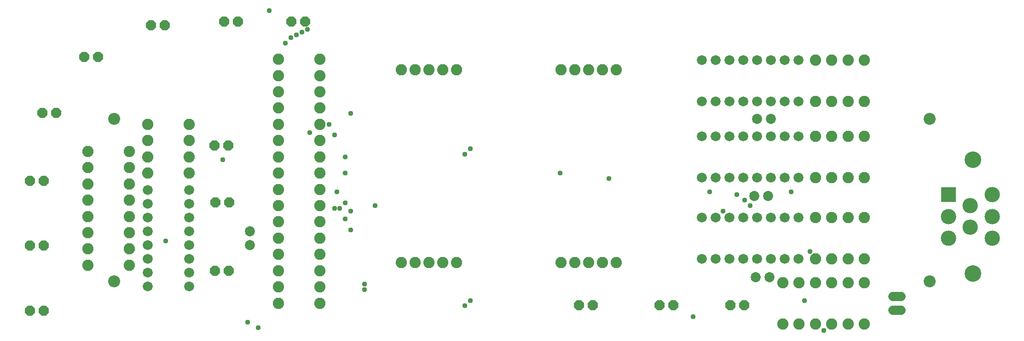
<source format=gbr>
G04 EAGLE Gerber RS-274X export*
G75*
%MOMM*%
%FSLAX34Y34*%
%LPD*%
%INSoldermask Bottom*%
%IPPOS*%
%AMOC8*
5,1,8,0,0,1.08239X$1,22.5*%
G01*
%ADD10C,2.203200*%
%ADD11P,2.034460X8X22.500000*%
%ADD12C,2.082800*%
%ADD13C,1.828800*%
%ADD14C,1.854200*%
%ADD15C,1.727200*%
%ADD16R,2.828200X2.828200*%
%ADD17C,2.828200*%
%ADD18C,3.053200*%
%ADD19C,0.959600*%


D10*
X200000Y100000D03*
X200000Y400000D03*
X1700000Y100000D03*
X1700000Y400000D03*
D11*
X44879Y45900D03*
X70279Y45900D03*
X1203100Y56600D03*
X1228500Y56600D03*
X1054700Y56600D03*
X1080100Y56600D03*
X385500Y120000D03*
X410900Y120000D03*
X386100Y245500D03*
X411500Y245500D03*
X384700Y351000D03*
X410100Y351000D03*
X44879Y165900D03*
X70279Y165900D03*
X44879Y285900D03*
X70279Y285900D03*
X67771Y411000D03*
X93171Y411000D03*
X144876Y514000D03*
X170276Y514000D03*
X267885Y572900D03*
X293285Y572900D03*
X402443Y579900D03*
X427843Y579900D03*
X526000Y579900D03*
X551400Y579900D03*
X1333500Y56600D03*
X1358900Y56600D03*
D12*
X829600Y490700D03*
X804200Y490700D03*
X778800Y490700D03*
X753400Y490700D03*
X728000Y490700D03*
X829600Y135100D03*
X804200Y135100D03*
X778800Y135100D03*
X753400Y135100D03*
X728000Y135100D03*
X1123500Y490700D03*
X1098100Y490700D03*
X1072700Y490700D03*
X1047300Y490700D03*
X1021900Y490700D03*
X1123500Y135100D03*
X1098100Y135100D03*
X1072700Y135100D03*
X1047300Y135100D03*
X1021900Y135100D03*
X1490000Y508100D03*
X1490000Y431900D03*
X1520000Y508100D03*
X1520000Y431900D03*
X1490000Y291900D03*
X1490000Y368100D03*
X1520000Y291900D03*
X1520000Y368100D03*
X1490000Y141900D03*
X1490000Y218100D03*
X261900Y390000D03*
X338100Y390000D03*
X338100Y360000D03*
X261900Y360000D03*
X1520000Y141900D03*
X1520000Y218100D03*
X1550000Y431900D03*
X1550000Y508100D03*
X1550000Y368100D03*
X1550000Y291900D03*
X1550000Y218100D03*
X1550000Y141900D03*
X261900Y330000D03*
X338100Y330000D03*
X1580000Y508100D03*
X1580000Y431900D03*
X1580000Y291900D03*
X1580000Y368100D03*
X1580000Y141900D03*
X1580000Y218100D03*
X261900Y300000D03*
X338100Y300000D03*
X501900Y480000D03*
X578100Y480000D03*
X501900Y510000D03*
X578100Y510000D03*
X501900Y300000D03*
X578100Y300000D03*
X501900Y330000D03*
X578100Y330000D03*
X501900Y450000D03*
X578100Y450000D03*
X501900Y390000D03*
X578100Y390000D03*
X501900Y420000D03*
X578100Y420000D03*
X501900Y360000D03*
X578100Y360000D03*
X578100Y180000D03*
X501900Y180000D03*
X578100Y150000D03*
X501900Y150000D03*
X501900Y90000D03*
X578100Y90000D03*
X501900Y60000D03*
X578100Y60000D03*
X578100Y210000D03*
X501900Y210000D03*
X578100Y270000D03*
X501900Y270000D03*
X578100Y240000D03*
X501900Y240000D03*
X501900Y120000D03*
X578100Y120000D03*
X228100Y160000D03*
X151900Y160000D03*
X228100Y130000D03*
X151900Y130000D03*
X228100Y280000D03*
X151900Y280000D03*
X228100Y250000D03*
X151900Y250000D03*
X228100Y220000D03*
X151900Y220000D03*
X228100Y340000D03*
X151900Y340000D03*
X228100Y310000D03*
X151900Y310000D03*
X228100Y190000D03*
X151900Y190000D03*
X1490000Y21900D03*
X1490000Y98100D03*
X1520000Y98100D03*
X1520000Y21900D03*
X1550000Y98100D03*
X1550000Y21900D03*
X1460000Y21900D03*
X1460000Y98100D03*
X1430000Y21900D03*
X1430000Y98100D03*
X1580000Y98100D03*
X1580000Y21900D03*
D13*
X1281100Y508100D03*
X1306500Y508100D03*
X1331900Y508100D03*
X1357300Y508100D03*
X1382700Y508100D03*
X1408100Y508100D03*
X1433500Y508100D03*
X1458900Y508100D03*
X1458900Y431900D03*
X1433500Y431900D03*
X1408100Y431900D03*
X1382700Y431900D03*
X1357300Y431900D03*
X1331900Y431900D03*
X1306500Y431900D03*
X1281100Y431900D03*
X1281100Y368100D03*
X1306500Y368100D03*
X1331900Y368100D03*
X1357300Y368100D03*
X1382700Y368100D03*
X1408100Y368100D03*
X1433500Y368100D03*
X1458900Y368100D03*
X1458900Y291900D03*
X1433500Y291900D03*
X1408100Y291900D03*
X1382700Y291900D03*
X1357300Y291900D03*
X1331900Y291900D03*
X1306500Y291900D03*
X1281100Y291900D03*
X261900Y91100D03*
X261900Y116500D03*
X261900Y141900D03*
X261900Y167300D03*
X261900Y192700D03*
X261900Y218100D03*
X261900Y243500D03*
X261900Y268900D03*
X338100Y268900D03*
X338100Y243500D03*
X338100Y218100D03*
X338100Y192700D03*
X338100Y167300D03*
X338100Y141900D03*
X338100Y116500D03*
X338100Y91100D03*
X1281100Y218100D03*
X1306500Y218100D03*
X1331900Y218100D03*
X1357300Y218100D03*
X1382700Y218100D03*
X1408100Y218100D03*
X1433500Y218100D03*
X1458900Y218100D03*
X1458900Y141900D03*
X1433500Y141900D03*
X1408100Y141900D03*
X1382700Y141900D03*
X1357300Y141900D03*
X1331900Y141900D03*
X1306500Y141900D03*
X1281100Y141900D03*
D14*
X1382300Y400000D03*
X1407700Y400000D03*
X1377300Y257500D03*
X1402700Y257500D03*
X450000Y192700D03*
X450000Y167300D03*
X1379800Y107500D03*
X1405200Y107500D03*
D15*
X1632380Y72700D02*
X1647620Y72700D01*
X1647620Y47300D02*
X1632380Y47300D01*
D16*
X1735000Y260000D03*
D17*
X1735000Y220000D03*
X1735000Y180000D03*
X1775000Y240000D03*
X1775000Y200000D03*
X1815000Y260000D03*
X1815000Y220000D03*
X1815000Y180000D03*
D18*
X1780000Y325000D03*
X1780000Y115000D03*
D19*
X1445000Y265000D03*
X515000Y540000D03*
X525000Y550000D03*
X535000Y555000D03*
X545000Y560000D03*
X555000Y565000D03*
X485000Y600000D03*
X610000Y265000D03*
X1110000Y290000D03*
X595000Y390000D03*
X560000Y375000D03*
X1295000Y265000D03*
X605000Y235000D03*
X1320000Y230000D03*
X635000Y230000D03*
X635000Y195000D03*
X1345000Y260000D03*
X625000Y245000D03*
X625000Y215000D03*
X855000Y345000D03*
X855000Y65000D03*
X845000Y335000D03*
X845000Y55000D03*
X1360000Y250000D03*
X615000Y235000D03*
X625000Y330000D03*
X625000Y300000D03*
X1480000Y155000D03*
X1505000Y10000D03*
X465000Y15000D03*
X1265000Y35000D03*
X295000Y175000D03*
X1370000Y240000D03*
X680000Y240000D03*
X635000Y410000D03*
X400000Y325000D03*
X660000Y85000D03*
X445000Y25000D03*
X1470000Y65000D03*
X605000Y370000D03*
X1020000Y300000D03*
X660000Y95000D03*
M02*

</source>
